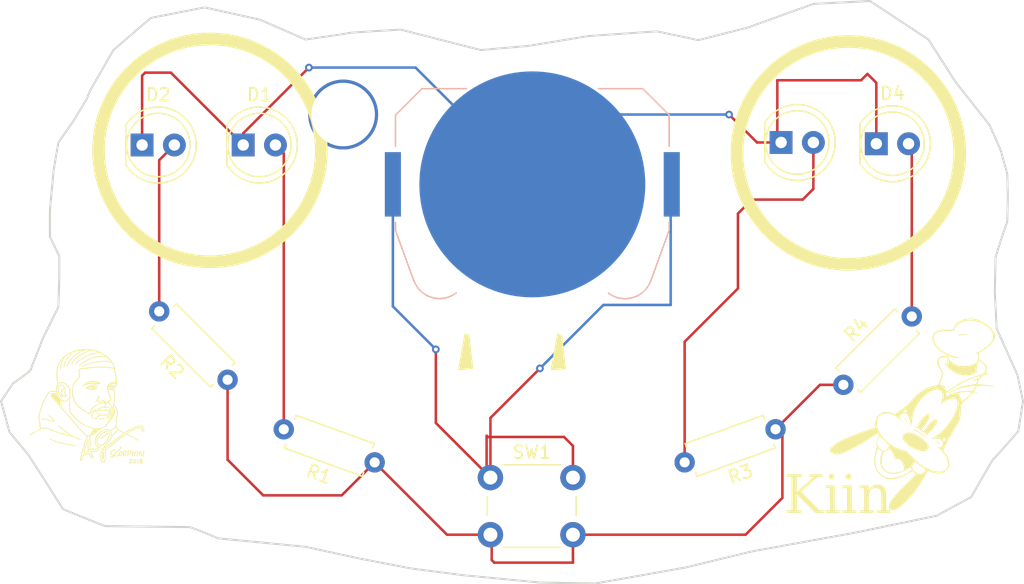
<source format=kicad_pcb>
(kicad_pcb (version 20241229) (generator "pcbnew") (generator_version "9.0")
  (layers (0 "F.Cu" signal) (2 "B.Cu" signal) (13 "F.Paste" user) (15 "B.Paste" user) (5 "F.SilkS" user "F.Silkscreen") (7 "B.SilkS" user "B.Silkscreen") (1 "F.Mask" user) (3 "B.Mask" user) (25 "Edge.Cuts" user))
  (net 0 "")
  (net 1 "Net-(BT1-+)")
  (net 2 "Net-(BT1--)")
  (net 3 "Net-(D1-A)")
  (net 4 "Net-(D2-A)")
  (net 5 "Net-(D3-A)")
  (net 6 "Net-(D4-A)")
  (net 7 "Net-(R1-Pad1)")
  (footprint "LOGO" (layer "F.Cu") (at 109 113.5)
    (property "Reference" "G***" (hide yes))
    (property "Value" "LOGO" (hide yes))
  )
  (footprint "Resistor_THT:R_Axial_DIN0207_L6.3mm_D2.5mm_P7.62mm_Horizontal" (layer "F.Cu") (at 163.360458 114.993806 -160)
    (property "Reference" "R3" (at 3.810001 -2.369999 20) (layer "F.SilkS"))
    (property "Value" "R")
    (pad "1" thru_hole circle (at 0 0 200) (size 1.6 1.6) (drill 0.8) (layers "*.Cu" "*.Mask") (net 7 "Net-(R1-Pad1)"))
    (pad "2" thru_hole circle (at 7.62 0.000001 200) (size 1.6 1.6) (drill 0.8) (layers "*.Cu" "*.Mask") (net 5 "Net-(D3-A)"))
  )
  (footprint "LED_THT:LED_D5.0mm" (layer "F.Cu") (at 113.46 92.6)
    (property "Reference" "D2" (at 1.27 -3.96 0) (layer "F.SilkS"))
    (property "Value" "LED")
    (pad "1" thru_hole rect (at 0 0) (size 1.8 1.8) (drill 0.9) (layers "*.Cu" "*.Mask") (net 2 "Net-(BT1--)"))
    (pad "2" thru_hole circle (at 2.54 0) (size 1.8 1.8) (drill 0.9) (layers "*.Cu" "*.Mask") (net 4 "Net-(D2-A)"))
  )
  (footprint "LOGO" (layer "F.Cu") (at 175.4 113.7 -45)
    (property "Reference" "G***" (hide yes))
    (property "Value" "LOGO" (hide yes))
  )
  (footprint "Resistor_THT:R_Axial_DIN0207_L6.3mm_D2.5mm_P7.62mm_Horizontal" (layer "F.Cu") (at 131.78023 117.603097 160)
    (property "Reference" "R1" (at 3.809999 -2.37 160) (layer "F.SilkS"))
    (property "Value" "R")
    (pad "1" thru_hole circle (at 0 0 160) (size 1.6 1.6) (drill 0.8) (layers "*.Cu" "*.Mask") (net 7 "Net-(R1-Pad1)"))
    (pad "2" thru_hole circle (at 7.62 -0.000001 160) (size 1.6 1.6) (drill 0.8) (layers "*.Cu" "*.Mask") (net 3 "Net-(D1-A)"))
  )
  (footprint "LED_THT:LED_D5.0mm" (layer "F.Cu") (at 121.425 92.6)
    (property "Reference" "D1" (at 1.27 -3.96 0) (layer "F.SilkS"))
    (property "Value" "LED")
    (pad "1" thru_hole rect (at 0 0) (size 1.8 1.8) (drill 0.9) (layers "*.Cu" "*.Mask") (net 2 "Net-(BT1--)"))
    (pad "2" thru_hole circle (at 2.54 0) (size 1.8 1.8) (drill 0.9) (layers "*.Cu" "*.Mask") (net 3 "Net-(D1-A)"))
  )
  (footprint "Button_Switch_THT:SW_PUSH_6mm" (layer "F.Cu") (at 140.9 118.8)
    (property "Reference" "SW1" (at 3.25 -2 0) (layer "F.SilkS"))
    (property "Value" "SW_Push" (hide yes))
    (pad "1" thru_hole circle (at 0 0 90) (size 2 2) (drill 1.1) (layers "*.Cu" "*.Mask") (net 1 "Net-(BT1-+)"))
    (pad "1" thru_hole circle (at 6.5 0 90) (size 2 2) (drill 1.1) (layers "*.Cu" "*.Mask") (net 1 "Net-(BT1-+)"))
    (pad "2" thru_hole circle (at 0 4.5 90) (size 2 2) (drill 1.1) (layers "*.Cu" "*.Mask") (net 7 "Net-(R1-Pad1)"))
    (pad "2" thru_hole circle (at 6.5 4.5 90) (size 2 2) (drill 1.1) (layers "*.Cu" "*.Mask") (net 7 "Net-(R1-Pad1)"))
  )
  (footprint "LED_THT:LED_D5.0mm" (layer "F.Cu") (at 163.8 92.4)
    (property "Reference" "D3" (hide yes))
    (property "Value" "LED")
    (pad "1" thru_hole rect (at 0 0) (size 1.8 1.8) (drill 0.9) (layers "*.Cu" "*.Mask") (net 2 "Net-(BT1--)"))
    (pad "2" thru_hole circle (at 2.54 0) (size 1.8 1.8) (drill 0.9) (layers "*.Cu" "*.Mask") (net 5 "Net-(D3-A)"))
  )
  (footprint "Resistor_THT:R_Axial_DIN0207_L6.3mm_D2.5mm_P7.62mm_Horizontal" (layer "F.Cu") (at 168.705923 111.494077 45)
    (property "Reference" "R4" (at 3.81 -2.37 45) (layer "F.SilkS"))
    (property "Value" "R")
    (pad "1" thru_hole circle (at 0 0 45) (size 1.6 1.6) (drill 0.8) (layers "*.Cu" "*.Mask") (net 7 "Net-(R1-Pad1)"))
    (pad "2" thru_hole circle (at 7.62 0 45) (size 1.6 1.6) (drill 0.8) (layers "*.Cu" "*.Mask") (net 6 "Net-(D4-A)"))
  )
  (footprint "LED_THT:LED_D5.0mm" (layer "F.Cu") (at 171.3 92.5)
    (property "Reference" "D4" (at 1.27 -3.96 0) (layer "F.SilkS"))
    (property "Value" "LED")
    (pad "1" thru_hole rect (at 0 0) (size 1.8 1.8) (drill 0.9) (layers "*.Cu" "*.Mask") (net 2 "Net-(BT1--)"))
    (pad "2" thru_hole circle (at 2.54 0) (size 1.8 1.8) (drill 0.9) (layers "*.Cu" "*.Mask") (net 6 "Net-(D4-A)"))
  )
  (footprint "Resistor_THT:R_Axial_DIN0207_L6.3mm_D2.5mm_P7.62mm_Horizontal" (layer "F.Cu") (at 120.194077 111.094077 135)
    (property "Reference" "R2" (at 3.81 -2.37 135) (layer "F.SilkS"))
    (property "Value" "R")
    (pad "1" thru_hole circle (at 0 0 135) (size 1.6 1.6) (drill 0.8) (layers "*.Cu" "*.Mask") (net 7 "Net-(R1-Pad1)"))
    (pad "2" thru_hole circle (at 7.62 0 135) (size 1.6 1.6) (drill 0.8) (layers "*.Cu" "*.Mask") (net 4 "Net-(D2-A)"))
  )
  (footprint "Battery:BatteryHolder_Keystone_3034_1x20mm" (layer "B.Cu") (at 144.2 95.7 180)
    (property "Reference" "BT1" (hide yes))
    (property "Value" "Battery_Cell")
    (pad "1" smd rect (at -10.985 0 180) (size 1.27 5.08) (layers "B.Cu" "B.Mask" "B.Paste") (net 1 "Net-(BT1-+)"))
    (pad "1" smd rect (at 10.985 0 180) (size 1.27 5.08) (layers "B.Cu" "B.Mask" "B.Paste") (net 1 "Net-(BT1-+)"))
    (pad "2" smd circle (at 0 0 180) (size 17.8 17.8) (layers "B.Cu" "B.Mask") (net 2 "Net-(BT1--)"))
  )
  (gr_poly (pts (xy 138.9 107.5) (xy 138.4 110.3) (xy 139.5 110.2) (xy 139.2 107.6)) (stroke (width 0.1)) (fill yes) (layer "F.SilkS"))
  (gr_circle (center 169.1 93.223052) (end 176.99 97.067882) (stroke (width 1)) (fill no) (layer "F.SilkS"))
  (gr_circle (center 118.8 93.023052) (end 126.69 96.867882) (stroke (width 1)) (fill no) (layer "F.SilkS"))
  (gr_poly (pts (xy 146.2 107.5) (xy 145.7 110.3) (xy 146.8 110.2) (xy 146.5 107.6)) (stroke (width 0.1)) (fill yes) (layer "F.SilkS"))
  (gr_poly (pts (xy 175.405508 84.289975) (xy 177.520349 87.601962) (xy 180.23377 91.050493) (xy 181.107018 93.028794) (xy 181.613497 94.868963) (xy 181.659539 96.615457) (xy 181.613497 98.639802) (xy 181.107018 100.11162) (xy 180.694207 101.445306) (xy 180.633874 104.182538) (xy 180.783123 107.070605) (xy 182.41213 110.700136) (xy 182.856683 112.7737) (xy 182.486746 115.14417) (xy 181.55118 116.218264) (xy 181.202302 116.612658) (xy 180.892571 116.956704) (xy 180.664558 117.200053) (xy 180.594499 117.268233) (xy 180.560833 117.292358) (xy 180.528566 117.326469) (xy 180.463001 117.422868) (xy 180.251504 117.766938) (xy 179.643729 118.811013) (xy 178.782586 120.329668) (xy 176.042184 121.81101) (xy 169.597622 123.144695) (xy 161.451022 124.626041) (xy 156.265521 125.885102) (xy 149.155705 127.144163) (xy 144.784707 127.069543) (xy 138.637051 126.47732) (xy 134.637579 125.958134) (xy 130.415828 125.143635) (xy 126.341734 124.254507) (xy 119.454196 123.587664) (xy 118.389629 123.143896) (xy 117.982453 122.98095) (xy 117.610851 122.838806) (xy 117.320818 122.738265) (xy 117.220764 122.710096) (xy 117.158349 122.700129) (xy 110.566128 122.625504) (xy 110.401436 122.568197) (xy 110.013675 122.417116) (xy 108.871036 121.958662) (xy 107.231912 121.291819) (xy 105.825191 119.070594) (xy 104.491505 116.997032) (xy 103.01016 115.218783) (xy 102.343317 112.773693) (xy 103.307063 111.366972) (xy 103.526864 111.214302) (xy 103.752159 111.054668) (xy 104.010424 110.867237) (xy 104.26869 110.672809) (xy 104.387519 110.579473) (xy 104.493985 110.492188) (xy 104.583965 110.413554) (xy 104.65334 110.346173) (xy 104.697987 110.292644) (xy 104.70975 110.271886) (xy 104.713785 110.255567) (xy 104.722932 110.207929) (xy 104.748783 110.123929) (xy 104.841051 109.868114) (xy 105.121036 109.154086) (xy 105.401021 108.453752) (xy 105.493289 108.215054) (xy 105.528287 108.107381) (xy 105.585594 107.968659) (xy 105.736675 107.64838) (xy 106.19513 106.709789) (xy 106.861973 105.366974) (xy 106.936596 103.071126) (xy 106.936596 101.367502) (xy 106.195131 99.813124) (xy 106.195131 97.737971) (xy 106.492034 94.553002) (xy 106.861973 92.406402) (xy 108.048002 90.702778) (xy 109.084784 88.999153) (xy 109.359461 88.316436) (xy 111.201217 85.118765) (xy 114.144854 82.589524) (xy 118.376131 81.760734) (xy 122.745542 82.727656) (xy 126.332205 84.289975) (xy 127.993954 84.054793) (xy 129.146118 83.883394) (xy 129.532724 83.819993) (xy 129.690234 83.785079) (xy 129.881309 83.759988) (xy 130.356407 83.722488) (xy 131.777096 83.629681) (xy 133.829424 83.508815) (xy 140.129502 85.118765) (xy 143.855886 84.796457) (xy 148.638102 84.015299) (xy 154.018894 83.646947) (xy 157.284837 84.336019) (xy 161.101721 83.370684) (xy 166.344378 81.48447) (xy 170.805876 81.255838)) (stroke (width 0.158772)) (fill no) (layer "Edge.Cuts"))
  (gr_text "Kiin" (at 164 122.1 0) (layer "F.SilkS") (effects (font (size 3 3) (thickness 0.1) (italic yes)) (justify left bottom)))
  (via (at 129.3 90.2) (size 5.5) (drill 5) (layers "F.Cu" "B.Cu") (net 0))
  (segment (start 136.6 114.5) (end 136.6 108.7) (width 0.2) (layer "F.Cu") (net 1))
  (segment (start 147.4 118.8) (end 147.4 116.3) (width 0.2) (layer "F.Cu") (net 1))
  (segment (start 140.9 118.8) (end 136.6 114.5) (width 0.2) (layer "F.Cu") (net 1))
  (segment (start 147.4 116.3) (end 146.7 115.6) (width 0.2) (layer "F.Cu") (net 1))
  (segment (start 140.7 115.6) (end 140.6 115.5) (width 0.2) (layer "F.Cu") (net 1))
  (segment (start 146.7 115.6) (end 140.7 115.6) (width 0.2) (layer "F.Cu") (net 1))
  (segment (start 140.6 118.5) (end 140.9 118.8) (width 0.2) (layer "F.Cu") (net 1))
  (segment (start 140.9 114.1) (end 144.8 110.2) (width 0.2) (layer "F.Cu") (net 1))
  (segment (start 140.9 118.8) (end 140.9 114.1) (width 0.2) (layer "F.Cu") (net 1))
  (segment (start 140.6 115.5) (end 140.6 118.5) (width 0.2) (layer "F.Cu") (net 1))
  (via (at 136.6 108.7) (size 0.6) (drill 0.3) (layers "F.Cu" "B.Cu") (net 1))
  (via (at 144.8 110.2) (size 0.6) (drill 0.3) (layers "F.Cu" "B.Cu") (net 1))
  (segment (start 136.6 108.7) (end 133.215 105.315) (width 0.2) (layer "B.Cu") (net 1))
  (segment (start 155.1 95.785) (end 155.185 95.7) (width 0.2) (layer "B.Cu") (net 1))
  (segment (start 133.215 105.315) (end 133.215 95.7) (width 0.2) (layer "B.Cu") (net 1))
  (segment (start 155.1 105.2) (end 155.1 95.785) (width 0.2) (layer "B.Cu") (net 1))
  (segment (start 144.8 110.2) (end 149.8 105.2) (width 0.2) (layer "B.Cu") (net 1))
  (segment (start 149.8 105.2) (end 155.1 105.2) (width 0.2) (layer "B.Cu") (net 1))
  (segment (start 121.425 92.6) (end 121.425 91.675) (width 0.2) (layer "F.Cu") (net 2))
  (segment (start 170.1 87.5) (end 163.5 87.5) (width 0.2) (layer "F.Cu") (net 2))
  (segment (start 113.46 87.14) (end 113.7 86.9) (width 0.2) (layer "F.Cu") (net 2))
  (segment (start 171.3 87.7) (end 170.6 87) (width 0.2) (layer "F.Cu") (net 2))
  (segment (start 121.425 91.675) (end 126.6 86.5) (width 0.2) (layer "F.Cu") (net 2))
  (segment (start 113.46 92.6) (end 113.46 87.14) (width 0.2) (layer "F.Cu") (net 2))
  (segment (start 113.7 86.9) (end 115.725 86.9) (width 0.2) (layer "F.Cu") (net 2))
  (segment (start 161.9 92.4) (end 163.8 92.4) (width 0.2) (layer "F.Cu") (net 2))
  (segment (start 159.7 90.2) (end 161.9 92.4) (width 0.2) (layer "F.Cu") (net 2))
  (segment (start 115.725 86.9) (end 121.425 92.6) (width 0.2) (layer "F.Cu") (net 2))
  (segment (start 163.5 87.5) (end 163.5 92.1) (width 0.2) (layer "F.Cu") (net 2))
  (segment (start 171.3 92.5) (end 171.3 87.7) (width 0.2) (layer "F.Cu") (net 2))
  (segment (start 170.6 87) (end 170.1 87.5) (width 0.2) (layer "F.Cu") (net 2))
  (segment (start 163.5 92.1) (end 163.8 92.4) (width 0.2) (layer "F.Cu") (net 2))
  (via (at 159.7 90.2) (size 0.6) (drill 0.3) (layers "F.Cu" "B.Cu") (net 2))
  (via (at 126.6 86.5) (size 0.6) (drill 0.3) (layers "F.Cu" "B.Cu") (net 2))
  (segment (start 126.6 86.5) (end 135 86.5) (width 0.2) (layer "B.Cu") (net 2))
  (segment (start 135 86.5) (end 144.2 95.7) (width 0.2) (layer "B.Cu") (net 2))
  (segment (start 144.2 95.7) (end 149.7 90.2) (width 0.2) (layer "B.Cu") (net 2))
  (segment (start 149.7 90.2) (end 159.7 90.2) (width 0.2) (layer "B.Cu") (net 2))
  (segment (start 124.619772 114.996903) (end 124.619772 93.254772) (width 0.2) (layer "F.Cu") (net 3))
  (segment (start 124.619772 93.254772) (end 123.965 92.6) (width 0.2) (layer "F.Cu") (net 3))
  (segment (start 114.805923 105.705923) (end 114.805923 93.794077) (width 0.2) (layer "F.Cu") (net 4))
  (segment (start 114.805923 93.794077) (end 116 92.6) (width 0.2) (layer "F.Cu") (net 4))
  (segment (start 161.5 96.9) (end 165.5 96.9) (width 0.2) (layer "F.Cu") (net 5))
  (segment (start 160.4 103.9) (end 160.4 98) (width 0.2) (layer "F.Cu") (net 5))
  (segment (start 160.4 98) (end 161.5 96.9) (width 0.2) (layer "F.Cu") (net 5))
  (segment (start 166.34 96.06) (end 165.5 96.9) (width 0.2) (layer "F.Cu") (net 5))
  (segment (start 156.2 117.6) (end 156.2 108.1) (width 0.2) (layer "F.Cu") (net 5))
  (segment (start 156.2 108.1) (end 160.4 103.9) (width 0.2) (layer "F.Cu") (net 5))
  (segment (start 166.34 92.4) (end 166.34 96.06) (width 0.2) (layer "F.Cu") (net 5))
  (segment (start 174.094077 106.105923) (end 174.094077 92.754077) (width 0.2) (layer "F.Cu") (net 6))
  (segment (start 173.694077 92.645923) (end 173.84 92.5) (width 0.2) (layer "F.Cu") (net 6))
  (segment (start 174.094077 92.754077) (end 173.84 92.5) (width 0.2) (layer "F.Cu") (net 6))
  (segment (start 163.9 115.533348) (end 163.360458 114.993806) (width 0.2) (layer "F.Cu") (net 7))
  (segment (start 123 120.2) (end 129.183327 120.2) (width 0.2) (layer "F.Cu") (net 7))
  (segment (start 147.4 123.3) (end 147.4 125.5) (width 0.2) (layer "F.Cu") (net 7))
  (segment (start 140.9 123.3) (end 137.477133 123.3) (width 0.2) (layer "F.Cu") (net 7))
  (segment (start 129.183327 120.2) (end 131.78023 117.603097) (width 0.2) (layer "F.Cu") (net 7))
  (segment (start 161 123.3) (end 163.9 120.4) (width 0.2) (layer "F.Cu") (net 7))
  (segment (start 120.194077 111.094077) (end 120.194077 117.394077) (width 0.2) (layer "F.Cu") (net 7))
  (segment (start 141 123.4) (end 140.9 123.3) (width 0.2) (layer "F.Cu") (net 7))
  (segment (start 141 125.3) (end 141 123.4) (width 0.2) (layer "F.Cu") (net 7))
  (segment (start 141.2 125.5) (end 141 125.3) (width 0.2) (layer "F.Cu") (net 7))
  (segment (start 147.4 123.3) (end 161 123.3) (width 0.2) (layer "F.Cu") (net 7))
  (segment (start 163.9 120.4) (end 163.9 115.533348) (width 0.2) (layer "F.Cu") (net 7))
  (segment (start 147.4 125.5) (end 141.2 125.5) (width 0.2) (layer "F.Cu") (net 7))
  (segment (start 168.705923 111.494077) (end 166.860187 111.494077) (width 0.2) (layer "F.Cu") (net 7))
  (segment (start 166.860187 111.494077) (end 163.360458 114.993806) (width 0.2) (layer "F.Cu") (net 7))
  (segment (start 120.194077 117.394077) (end 123 120.2) (width 0.2) (layer "F.Cu") (net 7))
  (segment (start 137.477133 123.3) (end 131.78023 117.603097) (width 0.2) (layer "F.Cu") (net 7))
)
</source>
